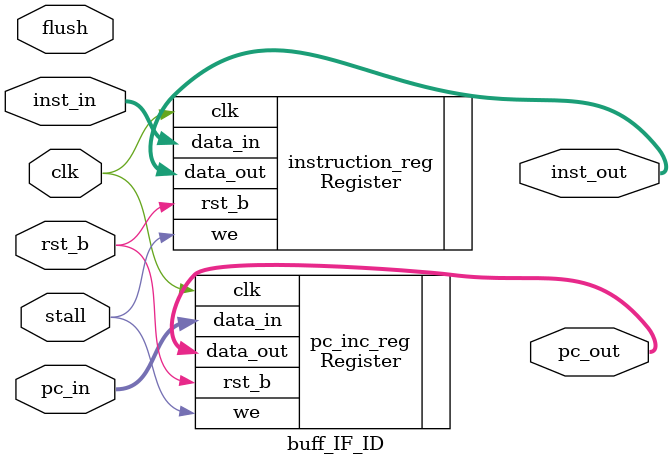
<source format=sv>
module buff_IF_ID(pc_in,pc_out, inst_in,inst_out, clk, rst_b, flush, stall);
    parameter XLEN = 32; 
    output [31:0] pc_out;
    output [31:0] inst_out;
    input [31:0] pc_in;
    input [31:0] inst_in;
    input flush, stall, clk, rst_b;
    
    Register pc_inc_reg (.clk(clk), .rst_b(rst_b),.data_in(pc_in), .data_out(pc_out), .we(stall));
    Register instruction_reg (.clk(clk), .rst_b(rst_b), .data_in(inst_in), .data_out(inst_out), .we(stall));
endmodule
</source>
